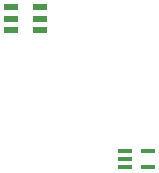
<source format=gtp>
G04 #@! TF.GenerationSoftware,KiCad,Pcbnew,(5.1.0)-1*
G04 #@! TF.CreationDate,2019-08-22T10:23:38+05:30*
G04 #@! TF.ProjectId,TSAL,5453414c-2e6b-4696-9361-645f70636258,rev?*
G04 #@! TF.SameCoordinates,Original*
G04 #@! TF.FileFunction,Paste,Top*
G04 #@! TF.FilePolarity,Positive*
%FSLAX46Y46*%
G04 Gerber Fmt 4.6, Leading zero omitted, Abs format (unit mm)*
G04 Created by KiCad (PCBNEW (5.1.0)-1) date 2019-08-22 10:23:38*
%MOMM*%
%LPD*%
G04 APERTURE LIST*
%ADD10R,1.200000X0.600000*%
%ADD11R,1.200000X0.400000*%
G04 APERTURE END LIST*
D10*
X84983000Y-120906500D03*
X84983000Y-121856500D03*
X84983000Y-122806500D03*
X87483000Y-122806500D03*
X87483000Y-121856500D03*
X87483000Y-120906500D03*
D11*
X94681000Y-133081000D03*
X94681000Y-133731000D03*
X94681000Y-134381000D03*
X96581000Y-134381000D03*
X96581000Y-133081000D03*
M02*

</source>
